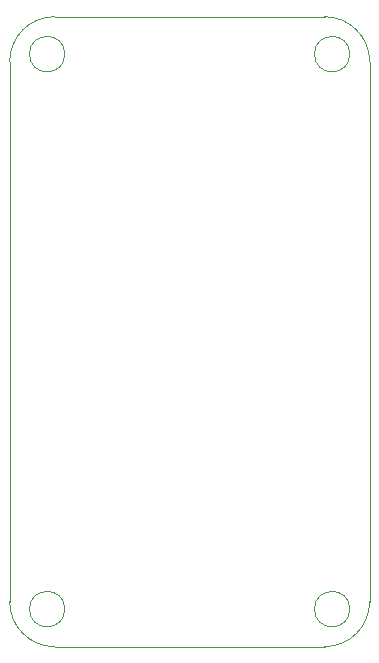
<source format=gbr>
%TF.GenerationSoftware,KiCad,Pcbnew,7.0.9*%
%TF.CreationDate,2024-03-26T06:33:18-07:00*%
%TF.ProjectId,cnft-tpl-esp32cam,636e6674-2d74-4706-9c2d-657370333263,rev?*%
%TF.SameCoordinates,Original*%
%TF.FileFunction,Profile,NP*%
%FSLAX46Y46*%
G04 Gerber Fmt 4.6, Leading zero omitted, Abs format (unit mm)*
G04 Created by KiCad (PCBNEW 7.0.9) date 2024-03-26 06:33:18*
%MOMM*%
%LPD*%
G01*
G04 APERTURE LIST*
%TA.AperFunction,Profile*%
%ADD10C,0.100000*%
%TD*%
G04 APERTURE END LIST*
D10*
X4123323Y53332823D02*
X26983323Y53332823D01*
X30793323Y49522823D02*
G75*
G03*
X26983323Y53332823I-3810023J-23D01*
G01*
X29118323Y50157823D02*
G75*
G03*
X29118323Y50157823I-1500000J0D01*
G01*
X4988323Y50157823D02*
G75*
G03*
X4988323Y50157823I-1500000J0D01*
G01*
X26983323Y-7223D02*
G75*
G03*
X30793323Y3802823I-23J3810023D01*
G01*
X26983323Y-7177D02*
X4123323Y-7177D01*
X4988323Y3167823D02*
G75*
G03*
X4988323Y3167823I-1500000J0D01*
G01*
X313323Y3802823D02*
X313323Y49522823D01*
X4123323Y53332777D02*
G75*
G03*
X313323Y49522823I-23J-3809977D01*
G01*
X30793323Y49522823D02*
X30793323Y3802823D01*
X29118323Y3167823D02*
G75*
G03*
X29118323Y3167823I-1500000J0D01*
G01*
X313323Y3802823D02*
G75*
G03*
X4123323Y-7177I3809977J-23D01*
G01*
M02*

</source>
